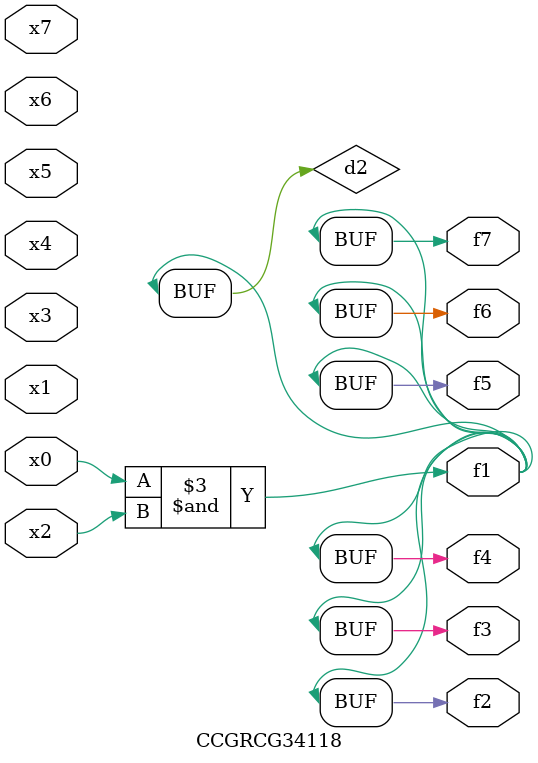
<source format=v>
module CCGRCG34118(
	input x0, x1, x2, x3, x4, x5, x6, x7,
	output f1, f2, f3, f4, f5, f6, f7
);

	wire d1, d2;

	nor (d1, x3, x6);
	and (d2, x0, x2);
	assign f1 = d2;
	assign f2 = d2;
	assign f3 = d2;
	assign f4 = d2;
	assign f5 = d2;
	assign f6 = d2;
	assign f7 = d2;
endmodule

</source>
